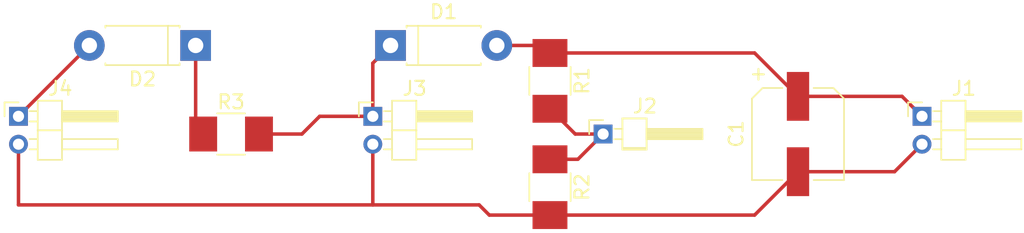
<source format=kicad_pcb>
(kicad_pcb (version 4) (host pcbnew 4.0.6+dfsg1-1)

  (general
    (links 14)
    (no_connects 1)
    (area 116.584999 93.135 190.405001 111.425)
    (thickness 1.6)
    (drawings 0)
    (tracks 28)
    (zones 0)
    (modules 10)
    (nets 6)
  )

  (page A4)
  (layers
    (0 F.Cu signal)
    (31 B.Cu signal)
    (32 B.Adhes user)
    (33 F.Adhes user)
    (34 B.Paste user)
    (35 F.Paste user)
    (36 B.SilkS user)
    (37 F.SilkS user)
    (38 B.Mask user)
    (39 F.Mask user)
    (40 Dwgs.User user)
    (41 Cmts.User user)
    (42 Eco1.User user)
    (43 Eco2.User user)
    (44 Edge.Cuts user)
    (45 Margin user)
    (46 B.CrtYd user)
    (47 F.CrtYd user)
    (48 B.Fab user)
    (49 F.Fab user)
  )

  (setup
    (last_trace_width 0.25)
    (trace_clearance 0.2)
    (zone_clearance 0.508)
    (zone_45_only no)
    (trace_min 0.2)
    (segment_width 0.2)
    (edge_width 0.15)
    (via_size 0.6)
    (via_drill 0.4)
    (via_min_size 0.4)
    (via_min_drill 0.3)
    (uvia_size 0.3)
    (uvia_drill 0.1)
    (uvias_allowed no)
    (uvia_min_size 0.2)
    (uvia_min_drill 0.1)
    (pcb_text_width 0.3)
    (pcb_text_size 1.5 1.5)
    (mod_edge_width 0.15)
    (mod_text_size 1 1)
    (mod_text_width 0.15)
    (pad_size 1.524 1.524)
    (pad_drill 0.762)
    (pad_to_mask_clearance 0.2)
    (aux_axis_origin 0 0)
    (visible_elements FFFFFF7F)
    (pcbplotparams
      (layerselection 0x00030_80000001)
      (usegerberextensions false)
      (excludeedgelayer true)
      (linewidth 0.100000)
      (plotframeref false)
      (viasonmask false)
      (mode 1)
      (useauxorigin false)
      (hpglpennumber 1)
      (hpglpenspeed 20)
      (hpglpendiameter 15)
      (hpglpenoverlay 2)
      (psnegative false)
      (psa4output false)
      (plotreference true)
      (plotvalue true)
      (plotinvisibletext false)
      (padsonsilk false)
      (subtractmaskfromsilk false)
      (outputformat 1)
      (mirror false)
      (drillshape 1)
      (scaleselection 1)
      (outputdirectory ""))
  )

  (net 0 "")
  (net 1 "Net-(C1-Pad1)")
  (net 2 "Net-(C1-Pad2)")
  (net 3 "Net-(D2-Pad1)")
  (net 4 "Net-(D2-Pad2)")
  (net 5 "Net-(J2-Pad1)")

  (net_class Default "This is the default net class."
    (clearance 0.2)
    (trace_width 0.25)
    (via_dia 0.6)
    (via_drill 0.4)
    (uvia_dia 0.3)
    (uvia_drill 0.1)
    (add_net "Net-(C1-Pad1)")
    (add_net "Net-(C1-Pad2)")
    (add_net "Net-(D2-Pad1)")
    (add_net "Net-(D2-Pad2)")
    (add_net "Net-(J2-Pad1)")
  )

  (module Capacitors_SMD:CP_Elec_6.3x7.7 (layer F.Cu) (tedit 58AA8B76) (tstamp 5B905128)
    (at 173.99 101.6 270)
    (descr "SMT capacitor, aluminium electrolytic, 6.3x7.7")
    (path /5B905FA9)
    (attr smd)
    (fp_text reference C1 (at 0 4.43 270) (layer F.SilkS)
      (effects (font (size 1 1) (thickness 0.15)))
    )
    (fp_text value CP (at 0 -4.43 270) (layer F.Fab)
      (effects (font (size 1 1) (thickness 0.15)))
    )
    (fp_circle (center 0 0) (end 0.5 3) (layer F.Fab) (width 0.1))
    (fp_text user + (at -1.73 -0.08 270) (layer F.Fab)
      (effects (font (size 1 1) (thickness 0.15)))
    )
    (fp_text user + (at -4.28 2.91 270) (layer F.SilkS)
      (effects (font (size 1 1) (thickness 0.15)))
    )
    (fp_text user %R (at 0 4.43 270) (layer F.Fab)
      (effects (font (size 1 1) (thickness 0.15)))
    )
    (fp_line (start 3.15 3.15) (end 3.15 -3.15) (layer F.Fab) (width 0.1))
    (fp_line (start -2.48 3.15) (end 3.15 3.15) (layer F.Fab) (width 0.1))
    (fp_line (start -3.15 2.48) (end -2.48 3.15) (layer F.Fab) (width 0.1))
    (fp_line (start -3.15 -2.48) (end -3.15 2.48) (layer F.Fab) (width 0.1))
    (fp_line (start -2.48 -3.15) (end -3.15 -2.48) (layer F.Fab) (width 0.1))
    (fp_line (start 3.15 -3.15) (end -2.48 -3.15) (layer F.Fab) (width 0.1))
    (fp_line (start -3.3 2.54) (end -3.3 1.12) (layer F.SilkS) (width 0.12))
    (fp_line (start 3.3 3.3) (end 3.3 1.12) (layer F.SilkS) (width 0.12))
    (fp_line (start 3.3 -3.3) (end 3.3 -1.12) (layer F.SilkS) (width 0.12))
    (fp_line (start -3.3 -2.54) (end -3.3 -1.12) (layer F.SilkS) (width 0.12))
    (fp_line (start 3.3 3.3) (end -2.54 3.3) (layer F.SilkS) (width 0.12))
    (fp_line (start -2.54 3.3) (end -3.3 2.54) (layer F.SilkS) (width 0.12))
    (fp_line (start -3.3 -2.54) (end -2.54 -3.3) (layer F.SilkS) (width 0.12))
    (fp_line (start -2.54 -3.3) (end 3.3 -3.3) (layer F.SilkS) (width 0.12))
    (fp_line (start -4.7 -3.4) (end 4.7 -3.4) (layer F.CrtYd) (width 0.05))
    (fp_line (start -4.7 -3.4) (end -4.7 3.4) (layer F.CrtYd) (width 0.05))
    (fp_line (start 4.7 3.4) (end 4.7 -3.4) (layer F.CrtYd) (width 0.05))
    (fp_line (start 4.7 3.4) (end -4.7 3.4) (layer F.CrtYd) (width 0.05))
    (pad 1 smd rect (at -2.7 0 90) (size 3.5 1.6) (layers F.Cu F.Paste F.Mask)
      (net 1 "Net-(C1-Pad1)"))
    (pad 2 smd rect (at 2.7 0 90) (size 3.5 1.6) (layers F.Cu F.Paste F.Mask)
      (net 2 "Net-(C1-Pad2)"))
    (model Capacitors_SMD.3dshapes/CP_Elec_6.3x7.7.wrl
      (at (xyz 0 0 0))
      (scale (xyz 1 1 1))
      (rotate (xyz 0 0 180))
    )
  )

  (module Diodes_THT:D_DO-41_SOD81_P7.62mm_Horizontal (layer F.Cu) (tedit 5877C982) (tstamp 5B90512E)
    (at 144.78 95.25)
    (descr "D, DO-41_SOD81 series, Axial, Horizontal, pin pitch=7.62mm, , length*diameter=5.2*2.7mm^2, , http://www.diodes.com/_files/packages/DO-41%20(Plastic).pdf")
    (tags "D DO-41_SOD81 series Axial Horizontal pin pitch 7.62mm  length 5.2mm diameter 2.7mm")
    (path /5B9057E6)
    (fp_text reference D1 (at 3.81 -2.41) (layer F.SilkS)
      (effects (font (size 1 1) (thickness 0.15)))
    )
    (fp_text value D (at 3.81 2.41) (layer F.Fab)
      (effects (font (size 1 1) (thickness 0.15)))
    )
    (fp_line (start 1.21 -1.35) (end 1.21 1.35) (layer F.Fab) (width 0.1))
    (fp_line (start 1.21 1.35) (end 6.41 1.35) (layer F.Fab) (width 0.1))
    (fp_line (start 6.41 1.35) (end 6.41 -1.35) (layer F.Fab) (width 0.1))
    (fp_line (start 6.41 -1.35) (end 1.21 -1.35) (layer F.Fab) (width 0.1))
    (fp_line (start 0 0) (end 1.21 0) (layer F.Fab) (width 0.1))
    (fp_line (start 7.62 0) (end 6.41 0) (layer F.Fab) (width 0.1))
    (fp_line (start 1.99 -1.35) (end 1.99 1.35) (layer F.Fab) (width 0.1))
    (fp_line (start 1.15 -1.28) (end 1.15 -1.41) (layer F.SilkS) (width 0.12))
    (fp_line (start 1.15 -1.41) (end 6.47 -1.41) (layer F.SilkS) (width 0.12))
    (fp_line (start 6.47 -1.41) (end 6.47 -1.28) (layer F.SilkS) (width 0.12))
    (fp_line (start 1.15 1.28) (end 1.15 1.41) (layer F.SilkS) (width 0.12))
    (fp_line (start 1.15 1.41) (end 6.47 1.41) (layer F.SilkS) (width 0.12))
    (fp_line (start 6.47 1.41) (end 6.47 1.28) (layer F.SilkS) (width 0.12))
    (fp_line (start 1.99 -1.41) (end 1.99 1.41) (layer F.SilkS) (width 0.12))
    (fp_line (start -1.35 -1.7) (end -1.35 1.7) (layer F.CrtYd) (width 0.05))
    (fp_line (start -1.35 1.7) (end 9 1.7) (layer F.CrtYd) (width 0.05))
    (fp_line (start 9 1.7) (end 9 -1.7) (layer F.CrtYd) (width 0.05))
    (fp_line (start 9 -1.7) (end -1.35 -1.7) (layer F.CrtYd) (width 0.05))
    (pad 1 thru_hole rect (at 0 0) (size 2.2 2.2) (drill 1.1) (layers *.Cu *.Mask)
      (net 1 "Net-(C1-Pad1)"))
    (pad 2 thru_hole oval (at 7.62 0) (size 2.2 2.2) (drill 1.1) (layers *.Cu *.Mask)
      (net 1 "Net-(C1-Pad1)"))
    (model Diodes_THT.3dshapes/D_DO-41_SOD81_P7.62mm_Horizontal.wrl
      (at (xyz 0 0 0))
      (scale (xyz 0.393701 0.393701 0.393701))
      (rotate (xyz 0 0 0))
    )
  )

  (module Diodes_THT:D_DO-41_SOD81_P7.62mm_Horizontal (layer F.Cu) (tedit 5877C982) (tstamp 5B905134)
    (at 130.81 95.25 180)
    (descr "D, DO-41_SOD81 series, Axial, Horizontal, pin pitch=7.62mm, , length*diameter=5.2*2.7mm^2, , http://www.diodes.com/_files/packages/DO-41%20(Plastic).pdf")
    (tags "D DO-41_SOD81 series Axial Horizontal pin pitch 7.62mm  length 5.2mm diameter 2.7mm")
    (path /5B9056A1)
    (fp_text reference D2 (at 3.81 -2.41 180) (layer F.SilkS)
      (effects (font (size 1 1) (thickness 0.15)))
    )
    (fp_text value D (at 3.81 2.41 180) (layer F.Fab)
      (effects (font (size 1 1) (thickness 0.15)))
    )
    (fp_line (start 1.21 -1.35) (end 1.21 1.35) (layer F.Fab) (width 0.1))
    (fp_line (start 1.21 1.35) (end 6.41 1.35) (layer F.Fab) (width 0.1))
    (fp_line (start 6.41 1.35) (end 6.41 -1.35) (layer F.Fab) (width 0.1))
    (fp_line (start 6.41 -1.35) (end 1.21 -1.35) (layer F.Fab) (width 0.1))
    (fp_line (start 0 0) (end 1.21 0) (layer F.Fab) (width 0.1))
    (fp_line (start 7.62 0) (end 6.41 0) (layer F.Fab) (width 0.1))
    (fp_line (start 1.99 -1.35) (end 1.99 1.35) (layer F.Fab) (width 0.1))
    (fp_line (start 1.15 -1.28) (end 1.15 -1.41) (layer F.SilkS) (width 0.12))
    (fp_line (start 1.15 -1.41) (end 6.47 -1.41) (layer F.SilkS) (width 0.12))
    (fp_line (start 6.47 -1.41) (end 6.47 -1.28) (layer F.SilkS) (width 0.12))
    (fp_line (start 1.15 1.28) (end 1.15 1.41) (layer F.SilkS) (width 0.12))
    (fp_line (start 1.15 1.41) (end 6.47 1.41) (layer F.SilkS) (width 0.12))
    (fp_line (start 6.47 1.41) (end 6.47 1.28) (layer F.SilkS) (width 0.12))
    (fp_line (start 1.99 -1.41) (end 1.99 1.41) (layer F.SilkS) (width 0.12))
    (fp_line (start -1.35 -1.7) (end -1.35 1.7) (layer F.CrtYd) (width 0.05))
    (fp_line (start -1.35 1.7) (end 9 1.7) (layer F.CrtYd) (width 0.05))
    (fp_line (start 9 1.7) (end 9 -1.7) (layer F.CrtYd) (width 0.05))
    (fp_line (start 9 -1.7) (end -1.35 -1.7) (layer F.CrtYd) (width 0.05))
    (pad 1 thru_hole rect (at 0 0 180) (size 2.2 2.2) (drill 1.1) (layers *.Cu *.Mask)
      (net 3 "Net-(D2-Pad1)"))
    (pad 2 thru_hole oval (at 7.62 0 180) (size 2.2 2.2) (drill 1.1) (layers *.Cu *.Mask)
      (net 4 "Net-(D2-Pad2)"))
    (model Diodes_THT.3dshapes/D_DO-41_SOD81_P7.62mm_Horizontal.wrl
      (at (xyz 0 0 0))
      (scale (xyz 0.393701 0.393701 0.393701))
      (rotate (xyz 0 0 0))
    )
  )

  (module Pin_Headers:Pin_Header_Angled_1x02_Pitch2.00mm (layer F.Cu) (tedit 5862ED55) (tstamp 5B90513A)
    (at 182.88 100.33)
    (descr "Through hole angled pin header, 1x02, 2.00mm pitch, 4mm pin length, single row")
    (tags "Through hole angled pin header THT 1x02 2.00mm single row")
    (path /5B90552F)
    (fp_text reference J1 (at 3 -2) (layer F.SilkS)
      (effects (font (size 1 1) (thickness 0.15)))
    )
    (fp_text value "DC OUT 9V" (at 3 4) (layer F.Fab)
      (effects (font (size 1 1) (thickness 0.15)))
    )
    (fp_line (start 1.5 -1) (end 1.5 1) (layer F.Fab) (width 0.1))
    (fp_line (start 1.5 1) (end 3 1) (layer F.Fab) (width 0.1))
    (fp_line (start 3 1) (end 3 -1) (layer F.Fab) (width 0.1))
    (fp_line (start 3 -1) (end 1.5 -1) (layer F.Fab) (width 0.1))
    (fp_line (start 0 -0.25) (end 0 0.25) (layer F.Fab) (width 0.1))
    (fp_line (start 0 0.25) (end 7 0.25) (layer F.Fab) (width 0.1))
    (fp_line (start 7 0.25) (end 7 -0.25) (layer F.Fab) (width 0.1))
    (fp_line (start 7 -0.25) (end 0 -0.25) (layer F.Fab) (width 0.1))
    (fp_line (start 1.5 1) (end 1.5 3) (layer F.Fab) (width 0.1))
    (fp_line (start 1.5 3) (end 3 3) (layer F.Fab) (width 0.1))
    (fp_line (start 3 3) (end 3 1) (layer F.Fab) (width 0.1))
    (fp_line (start 3 1) (end 1.5 1) (layer F.Fab) (width 0.1))
    (fp_line (start 0 1.75) (end 0 2.25) (layer F.Fab) (width 0.1))
    (fp_line (start 0 2.25) (end 7 2.25) (layer F.Fab) (width 0.1))
    (fp_line (start 7 2.25) (end 7 1.75) (layer F.Fab) (width 0.1))
    (fp_line (start 7 1.75) (end 0 1.75) (layer F.Fab) (width 0.1))
    (fp_line (start 1.38 -1.12) (end 1.38 1) (layer F.SilkS) (width 0.12))
    (fp_line (start 1.38 1) (end 3.12 1) (layer F.SilkS) (width 0.12))
    (fp_line (start 3.12 1) (end 3.12 -1.12) (layer F.SilkS) (width 0.12))
    (fp_line (start 3.12 -1.12) (end 1.38 -1.12) (layer F.SilkS) (width 0.12))
    (fp_line (start 3.12 -0.37) (end 3.12 0.37) (layer F.SilkS) (width 0.12))
    (fp_line (start 3.12 0.37) (end 7.12 0.37) (layer F.SilkS) (width 0.12))
    (fp_line (start 7.12 0.37) (end 7.12 -0.37) (layer F.SilkS) (width 0.12))
    (fp_line (start 7.12 -0.37) (end 3.12 -0.37) (layer F.SilkS) (width 0.12))
    (fp_line (start 0.795 -0.37) (end 1.38 -0.37) (layer F.SilkS) (width 0.12))
    (fp_line (start 0.795 0.37) (end 1.38 0.37) (layer F.SilkS) (width 0.12))
    (fp_line (start 3.12 -0.25) (end 7.12 -0.25) (layer F.SilkS) (width 0.12))
    (fp_line (start 3.12 -0.13) (end 7.12 -0.13) (layer F.SilkS) (width 0.12))
    (fp_line (start 3.12 -0.01) (end 7.12 -0.01) (layer F.SilkS) (width 0.12))
    (fp_line (start 3.12 0.11) (end 7.12 0.11) (layer F.SilkS) (width 0.12))
    (fp_line (start 3.12 0.23) (end 7.12 0.23) (layer F.SilkS) (width 0.12))
    (fp_line (start 3.12 0.35) (end 7.12 0.35) (layer F.SilkS) (width 0.12))
    (fp_line (start 1.38 1) (end 1.38 3.12) (layer F.SilkS) (width 0.12))
    (fp_line (start 1.38 3.12) (end 3.12 3.12) (layer F.SilkS) (width 0.12))
    (fp_line (start 3.12 3.12) (end 3.12 1) (layer F.SilkS) (width 0.12))
    (fp_line (start 3.12 1) (end 1.38 1) (layer F.SilkS) (width 0.12))
    (fp_line (start 3.12 1.63) (end 3.12 2.37) (layer F.SilkS) (width 0.12))
    (fp_line (start 3.12 2.37) (end 7.12 2.37) (layer F.SilkS) (width 0.12))
    (fp_line (start 7.12 2.37) (end 7.12 1.63) (layer F.SilkS) (width 0.12))
    (fp_line (start 7.12 1.63) (end 3.12 1.63) (layer F.SilkS) (width 0.12))
    (fp_line (start 0.795 1.63) (end 1.38 1.63) (layer F.SilkS) (width 0.12))
    (fp_line (start 0.795 2.37) (end 1.38 2.37) (layer F.SilkS) (width 0.12))
    (fp_line (start -1 0) (end -1 -1) (layer F.SilkS) (width 0.12))
    (fp_line (start -1 -1) (end 0 -1) (layer F.SilkS) (width 0.12))
    (fp_line (start -1.3 -1.3) (end -1.3 3.3) (layer F.CrtYd) (width 0.05))
    (fp_line (start -1.3 3.3) (end 7.3 3.3) (layer F.CrtYd) (width 0.05))
    (fp_line (start 7.3 3.3) (end 7.3 -1.3) (layer F.CrtYd) (width 0.05))
    (fp_line (start 7.3 -1.3) (end -1.3 -1.3) (layer F.CrtYd) (width 0.05))
    (pad 1 thru_hole rect (at 0 0) (size 1.35 1.35) (drill 0.8) (layers *.Cu *.Mask)
      (net 1 "Net-(C1-Pad1)"))
    (pad 2 thru_hole oval (at 0 2) (size 1.35 1.35) (drill 0.8) (layers *.Cu *.Mask)
      (net 2 "Net-(C1-Pad2)"))
    (model Pin_Headers.3dshapes/Pin_Header_Angled_1x02_Pitch2.00mm.wrl
      (at (xyz 0 -0.03937 0))
      (scale (xyz 1 1 1))
      (rotate (xyz 0 0 90))
    )
  )

  (module Pin_Headers:Pin_Header_Angled_1x01_Pitch2.00mm (layer F.Cu) (tedit 5862ED55) (tstamp 5B90513F)
    (at 160.02 101.6)
    (descr "Through hole angled pin header, 1x01, 2.00mm pitch, 4mm pin length, single row")
    (tags "Through hole angled pin header THT 1x01 2.00mm single row")
    (path /5B90678D)
    (fp_text reference J2 (at 3 -2) (layer F.SilkS)
      (effects (font (size 1 1) (thickness 0.15)))
    )
    (fp_text value "VOLTAGE SENSOR" (at 3 2) (layer F.Fab)
      (effects (font (size 1 1) (thickness 0.15)))
    )
    (fp_line (start 1.5 -1) (end 1.5 1) (layer F.Fab) (width 0.1))
    (fp_line (start 1.5 1) (end 3 1) (layer F.Fab) (width 0.1))
    (fp_line (start 3 1) (end 3 -1) (layer F.Fab) (width 0.1))
    (fp_line (start 3 -1) (end 1.5 -1) (layer F.Fab) (width 0.1))
    (fp_line (start 0 -0.25) (end 0 0.25) (layer F.Fab) (width 0.1))
    (fp_line (start 0 0.25) (end 7 0.25) (layer F.Fab) (width 0.1))
    (fp_line (start 7 0.25) (end 7 -0.25) (layer F.Fab) (width 0.1))
    (fp_line (start 7 -0.25) (end 0 -0.25) (layer F.Fab) (width 0.1))
    (fp_line (start 1.38 -1.12) (end 1.38 1.12) (layer F.SilkS) (width 0.12))
    (fp_line (start 1.38 1.12) (end 3.12 1.12) (layer F.SilkS) (width 0.12))
    (fp_line (start 3.12 1.12) (end 3.12 -1.12) (layer F.SilkS) (width 0.12))
    (fp_line (start 3.12 -1.12) (end 1.38 -1.12) (layer F.SilkS) (width 0.12))
    (fp_line (start 1.38 -1.12) (end 1.38 1) (layer F.SilkS) (width 0.12))
    (fp_line (start 1.38 1) (end 3.12 1) (layer F.SilkS) (width 0.12))
    (fp_line (start 3.12 1) (end 3.12 -1.12) (layer F.SilkS) (width 0.12))
    (fp_line (start 3.12 -1.12) (end 1.38 -1.12) (layer F.SilkS) (width 0.12))
    (fp_line (start 3.12 -0.37) (end 3.12 0.37) (layer F.SilkS) (width 0.12))
    (fp_line (start 3.12 0.37) (end 7.12 0.37) (layer F.SilkS) (width 0.12))
    (fp_line (start 7.12 0.37) (end 7.12 -0.37) (layer F.SilkS) (width 0.12))
    (fp_line (start 7.12 -0.37) (end 3.12 -0.37) (layer F.SilkS) (width 0.12))
    (fp_line (start 0.795 -0.37) (end 1.38 -0.37) (layer F.SilkS) (width 0.12))
    (fp_line (start 0.795 0.37) (end 1.38 0.37) (layer F.SilkS) (width 0.12))
    (fp_line (start 3.12 -0.25) (end 7.12 -0.25) (layer F.SilkS) (width 0.12))
    (fp_line (start 3.12 -0.13) (end 7.12 -0.13) (layer F.SilkS) (width 0.12))
    (fp_line (start 3.12 -0.01) (end 7.12 -0.01) (layer F.SilkS) (width 0.12))
    (fp_line (start 3.12 0.11) (end 7.12 0.11) (layer F.SilkS) (width 0.12))
    (fp_line (start 3.12 0.23) (end 7.12 0.23) (layer F.SilkS) (width 0.12))
    (fp_line (start 3.12 0.35) (end 7.12 0.35) (layer F.SilkS) (width 0.12))
    (fp_line (start -1 0) (end -1 -1) (layer F.SilkS) (width 0.12))
    (fp_line (start -1 -1) (end 0 -1) (layer F.SilkS) (width 0.12))
    (fp_line (start -1.3 -1.3) (end -1.3 1.3) (layer F.CrtYd) (width 0.05))
    (fp_line (start -1.3 1.3) (end 7.3 1.3) (layer F.CrtYd) (width 0.05))
    (fp_line (start 7.3 1.3) (end 7.3 -1.3) (layer F.CrtYd) (width 0.05))
    (fp_line (start 7.3 -1.3) (end -1.3 -1.3) (layer F.CrtYd) (width 0.05))
    (pad 1 thru_hole rect (at 0 0) (size 1.35 1.35) (drill 0.8) (layers *.Cu *.Mask)
      (net 5 "Net-(J2-Pad1)"))
    (model Pin_Headers.3dshapes/Pin_Header_Angled_1x01_Pitch2.00mm.wrl
      (at (xyz 0 0 0))
      (scale (xyz 1 1 1))
      (rotate (xyz 0 0 90))
    )
  )

  (module Pin_Headers:Pin_Header_Angled_1x02_Pitch2.00mm (layer F.Cu) (tedit 5862ED55) (tstamp 5B905145)
    (at 143.51 100.33)
    (descr "Through hole angled pin header, 1x02, 2.00mm pitch, 4mm pin length, single row")
    (tags "Through hole angled pin header THT 1x02 2.00mm single row")
    (path /5B905B9F)
    (fp_text reference J3 (at 3 -2) (layer F.SilkS)
      (effects (font (size 1 1) (thickness 0.15)))
    )
    (fp_text value "BATT 9V" (at 3 4) (layer F.Fab)
      (effects (font (size 1 1) (thickness 0.15)))
    )
    (fp_line (start 1.5 -1) (end 1.5 1) (layer F.Fab) (width 0.1))
    (fp_line (start 1.5 1) (end 3 1) (layer F.Fab) (width 0.1))
    (fp_line (start 3 1) (end 3 -1) (layer F.Fab) (width 0.1))
    (fp_line (start 3 -1) (end 1.5 -1) (layer F.Fab) (width 0.1))
    (fp_line (start 0 -0.25) (end 0 0.25) (layer F.Fab) (width 0.1))
    (fp_line (start 0 0.25) (end 7 0.25) (layer F.Fab) (width 0.1))
    (fp_line (start 7 0.25) (end 7 -0.25) (layer F.Fab) (width 0.1))
    (fp_line (start 7 -0.25) (end 0 -0.25) (layer F.Fab) (width 0.1))
    (fp_line (start 1.5 1) (end 1.5 3) (layer F.Fab) (width 0.1))
    (fp_line (start 1.5 3) (end 3 3) (layer F.Fab) (width 0.1))
    (fp_line (start 3 3) (end 3 1) (layer F.Fab) (width 0.1))
    (fp_line (start 3 1) (end 1.5 1) (layer F.Fab) (width 0.1))
    (fp_line (start 0 1.75) (end 0 2.25) (layer F.Fab) (width 0.1))
    (fp_line (start 0 2.25) (end 7 2.25) (layer F.Fab) (width 0.1))
    (fp_line (start 7 2.25) (end 7 1.75) (layer F.Fab) (width 0.1))
    (fp_line (start 7 1.75) (end 0 1.75) (layer F.Fab) (width 0.1))
    (fp_line (start 1.38 -1.12) (end 1.38 1) (layer F.SilkS) (width 0.12))
    (fp_line (start 1.38 1) (end 3.12 1) (layer F.SilkS) (width 0.12))
    (fp_line (start 3.12 1) (end 3.12 -1.12) (layer F.SilkS) (width 0.12))
    (fp_line (start 3.12 -1.12) (end 1.38 -1.12) (layer F.SilkS) (width 0.12))
    (fp_line (start 3.12 -0.37) (end 3.12 0.37) (layer F.SilkS) (width 0.12))
    (fp_line (start 3.12 0.37) (end 7.12 0.37) (layer F.SilkS) (width 0.12))
    (fp_line (start 7.12 0.37) (end 7.12 -0.37) (layer F.SilkS) (width 0.12))
    (fp_line (start 7.12 -0.37) (end 3.12 -0.37) (layer F.SilkS) (width 0.12))
    (fp_line (start 0.795 -0.37) (end 1.38 -0.37) (layer F.SilkS) (width 0.12))
    (fp_line (start 0.795 0.37) (end 1.38 0.37) (layer F.SilkS) (width 0.12))
    (fp_line (start 3.12 -0.25) (end 7.12 -0.25) (layer F.SilkS) (width 0.12))
    (fp_line (start 3.12 -0.13) (end 7.12 -0.13) (layer F.SilkS) (width 0.12))
    (fp_line (start 3.12 -0.01) (end 7.12 -0.01) (layer F.SilkS) (width 0.12))
    (fp_line (start 3.12 0.11) (end 7.12 0.11) (layer F.SilkS) (width 0.12))
    (fp_line (start 3.12 0.23) (end 7.12 0.23) (layer F.SilkS) (width 0.12))
    (fp_line (start 3.12 0.35) (end 7.12 0.35) (layer F.SilkS) (width 0.12))
    (fp_line (start 1.38 1) (end 1.38 3.12) (layer F.SilkS) (width 0.12))
    (fp_line (start 1.38 3.12) (end 3.12 3.12) (layer F.SilkS) (width 0.12))
    (fp_line (start 3.12 3.12) (end 3.12 1) (layer F.SilkS) (width 0.12))
    (fp_line (start 3.12 1) (end 1.38 1) (layer F.SilkS) (width 0.12))
    (fp_line (start 3.12 1.63) (end 3.12 2.37) (layer F.SilkS) (width 0.12))
    (fp_line (start 3.12 2.37) (end 7.12 2.37) (layer F.SilkS) (width 0.12))
    (fp_line (start 7.12 2.37) (end 7.12 1.63) (layer F.SilkS) (width 0.12))
    (fp_line (start 7.12 1.63) (end 3.12 1.63) (layer F.SilkS) (width 0.12))
    (fp_line (start 0.795 1.63) (end 1.38 1.63) (layer F.SilkS) (width 0.12))
    (fp_line (start 0.795 2.37) (end 1.38 2.37) (layer F.SilkS) (width 0.12))
    (fp_line (start -1 0) (end -1 -1) (layer F.SilkS) (width 0.12))
    (fp_line (start -1 -1) (end 0 -1) (layer F.SilkS) (width 0.12))
    (fp_line (start -1.3 -1.3) (end -1.3 3.3) (layer F.CrtYd) (width 0.05))
    (fp_line (start -1.3 3.3) (end 7.3 3.3) (layer F.CrtYd) (width 0.05))
    (fp_line (start 7.3 3.3) (end 7.3 -1.3) (layer F.CrtYd) (width 0.05))
    (fp_line (start 7.3 -1.3) (end -1.3 -1.3) (layer F.CrtYd) (width 0.05))
    (pad 1 thru_hole rect (at 0 0) (size 1.35 1.35) (drill 0.8) (layers *.Cu *.Mask)
      (net 1 "Net-(C1-Pad1)"))
    (pad 2 thru_hole oval (at 0 2) (size 1.35 1.35) (drill 0.8) (layers *.Cu *.Mask)
      (net 2 "Net-(C1-Pad2)"))
    (model Pin_Headers.3dshapes/Pin_Header_Angled_1x02_Pitch2.00mm.wrl
      (at (xyz 0 -0.03937 0))
      (scale (xyz 1 1 1))
      (rotate (xyz 0 0 90))
    )
  )

  (module Pin_Headers:Pin_Header_Angled_1x02_Pitch2.00mm (layer F.Cu) (tedit 5862ED55) (tstamp 5B90514B)
    (at 118.11 100.33)
    (descr "Through hole angled pin header, 1x02, 2.00mm pitch, 4mm pin length, single row")
    (tags "Through hole angled pin header THT 1x02 2.00mm single row")
    (path /5B90562E)
    (fp_text reference J4 (at 3 -2) (layer F.SilkS)
      (effects (font (size 1 1) (thickness 0.15)))
    )
    (fp_text value "DC IN 9V" (at 3 4) (layer F.Fab)
      (effects (font (size 1 1) (thickness 0.15)))
    )
    (fp_line (start 1.5 -1) (end 1.5 1) (layer F.Fab) (width 0.1))
    (fp_line (start 1.5 1) (end 3 1) (layer F.Fab) (width 0.1))
    (fp_line (start 3 1) (end 3 -1) (layer F.Fab) (width 0.1))
    (fp_line (start 3 -1) (end 1.5 -1) (layer F.Fab) (width 0.1))
    (fp_line (start 0 -0.25) (end 0 0.25) (layer F.Fab) (width 0.1))
    (fp_line (start 0 0.25) (end 7 0.25) (layer F.Fab) (width 0.1))
    (fp_line (start 7 0.25) (end 7 -0.25) (layer F.Fab) (width 0.1))
    (fp_line (start 7 -0.25) (end 0 -0.25) (layer F.Fab) (width 0.1))
    (fp_line (start 1.5 1) (end 1.5 3) (layer F.Fab) (width 0.1))
    (fp_line (start 1.5 3) (end 3 3) (layer F.Fab) (width 0.1))
    (fp_line (start 3 3) (end 3 1) (layer F.Fab) (width 0.1))
    (fp_line (start 3 1) (end 1.5 1) (layer F.Fab) (width 0.1))
    (fp_line (start 0 1.75) (end 0 2.25) (layer F.Fab) (width 0.1))
    (fp_line (start 0 2.25) (end 7 2.25) (layer F.Fab) (width 0.1))
    (fp_line (start 7 2.25) (end 7 1.75) (layer F.Fab) (width 0.1))
    (fp_line (start 7 1.75) (end 0 1.75) (layer F.Fab) (width 0.1))
    (fp_line (start 1.38 -1.12) (end 1.38 1) (layer F.SilkS) (width 0.12))
    (fp_line (start 1.38 1) (end 3.12 1) (layer F.SilkS) (width 0.12))
    (fp_line (start 3.12 1) (end 3.12 -1.12) (layer F.SilkS) (width 0.12))
    (fp_line (start 3.12 -1.12) (end 1.38 -1.12) (layer F.SilkS) (width 0.12))
    (fp_line (start 3.12 -0.37) (end 3.12 0.37) (layer F.SilkS) (width 0.12))
    (fp_line (start 3.12 0.37) (end 7.12 0.37) (layer F.SilkS) (width 0.12))
    (fp_line (start 7.12 0.37) (end 7.12 -0.37) (layer F.SilkS) (width 0.12))
    (fp_line (start 7.12 -0.37) (end 3.12 -0.37) (layer F.SilkS) (width 0.12))
    (fp_line (start 0.795 -0.37) (end 1.38 -0.37) (layer F.SilkS) (width 0.12))
    (fp_line (start 0.795 0.37) (end 1.38 0.37) (layer F.SilkS) (width 0.12))
    (fp_line (start 3.12 -0.25) (end 7.12 -0.25) (layer F.SilkS) (width 0.12))
    (fp_line (start 3.12 -0.13) (end 7.12 -0.13) (layer F.SilkS) (width 0.12))
    (fp_line (start 3.12 -0.01) (end 7.12 -0.01) (layer F.SilkS) (width 0.12))
    (fp_line (start 3.12 0.11) (end 7.12 0.11) (layer F.SilkS) (width 0.12))
    (fp_line (start 3.12 0.23) (end 7.12 0.23) (layer F.SilkS) (width 0.12))
    (fp_line (start 3.12 0.35) (end 7.12 0.35) (layer F.SilkS) (width 0.12))
    (fp_line (start 1.38 1) (end 1.38 3.12) (layer F.SilkS) (width 0.12))
    (fp_line (start 1.38 3.12) (end 3.12 3.12) (layer F.SilkS) (width 0.12))
    (fp_line (start 3.12 3.12) (end 3.12 1) (layer F.SilkS) (width 0.12))
    (fp_line (start 3.12 1) (end 1.38 1) (layer F.SilkS) (width 0.12))
    (fp_line (start 3.12 1.63) (end 3.12 2.37) (layer F.SilkS) (width 0.12))
    (fp_line (start 3.12 2.37) (end 7.12 2.37) (layer F.SilkS) (width 0.12))
    (fp_line (start 7.12 2.37) (end 7.12 1.63) (layer F.SilkS) (width 0.12))
    (fp_line (start 7.12 1.63) (end 3.12 1.63) (layer F.SilkS) (width 0.12))
    (fp_line (start 0.795 1.63) (end 1.38 1.63) (layer F.SilkS) (width 0.12))
    (fp_line (start 0.795 2.37) (end 1.38 2.37) (layer F.SilkS) (width 0.12))
    (fp_line (start -1 0) (end -1 -1) (layer F.SilkS) (width 0.12))
    (fp_line (start -1 -1) (end 0 -1) (layer F.SilkS) (width 0.12))
    (fp_line (start -1.3 -1.3) (end -1.3 3.3) (layer F.CrtYd) (width 0.05))
    (fp_line (start -1.3 3.3) (end 7.3 3.3) (layer F.CrtYd) (width 0.05))
    (fp_line (start 7.3 3.3) (end 7.3 -1.3) (layer F.CrtYd) (width 0.05))
    (fp_line (start 7.3 -1.3) (end -1.3 -1.3) (layer F.CrtYd) (width 0.05))
    (pad 1 thru_hole rect (at 0 0) (size 1.35 1.35) (drill 0.8) (layers *.Cu *.Mask)
      (net 4 "Net-(D2-Pad2)"))
    (pad 2 thru_hole oval (at 0 2) (size 1.35 1.35) (drill 0.8) (layers *.Cu *.Mask)
      (net 2 "Net-(C1-Pad2)"))
    (model Pin_Headers.3dshapes/Pin_Header_Angled_1x02_Pitch2.00mm.wrl
      (at (xyz 0 -0.03937 0))
      (scale (xyz 1 1 1))
      (rotate (xyz 0 0 90))
    )
  )

  (module Resistors_SMD:R_1210_HandSoldering (layer F.Cu) (tedit 58AADA46) (tstamp 5B905151)
    (at 156.21 97.79 270)
    (descr "Resistor SMD 1210, hand soldering")
    (tags "resistor 1210")
    (path /5B906257)
    (attr smd)
    (fp_text reference R1 (at 0 -2.3 270) (layer F.SilkS)
      (effects (font (size 1 1) (thickness 0.15)))
    )
    (fp_text value 10k (at 0 2.4 270) (layer F.Fab)
      (effects (font (size 1 1) (thickness 0.15)))
    )
    (fp_text user %R (at 0 -2.3 270) (layer F.Fab)
      (effects (font (size 1 1) (thickness 0.15)))
    )
    (fp_line (start -1.6 1.25) (end -1.6 -1.25) (layer F.Fab) (width 0.1))
    (fp_line (start 1.6 1.25) (end -1.6 1.25) (layer F.Fab) (width 0.1))
    (fp_line (start 1.6 -1.25) (end 1.6 1.25) (layer F.Fab) (width 0.1))
    (fp_line (start -1.6 -1.25) (end 1.6 -1.25) (layer F.Fab) (width 0.1))
    (fp_line (start 1 1.48) (end -1 1.48) (layer F.SilkS) (width 0.12))
    (fp_line (start -1 -1.48) (end 1 -1.48) (layer F.SilkS) (width 0.12))
    (fp_line (start -3.25 -1.5) (end 3.25 -1.5) (layer F.CrtYd) (width 0.05))
    (fp_line (start -3.25 -1.5) (end -3.25 1.5) (layer F.CrtYd) (width 0.05))
    (fp_line (start 3.25 1.5) (end 3.25 -1.5) (layer F.CrtYd) (width 0.05))
    (fp_line (start 3.25 1.5) (end -3.25 1.5) (layer F.CrtYd) (width 0.05))
    (pad 1 smd rect (at -2 0 270) (size 2 2.5) (layers F.Cu F.Paste F.Mask)
      (net 1 "Net-(C1-Pad1)"))
    (pad 2 smd rect (at 2 0 270) (size 2 2.5) (layers F.Cu F.Paste F.Mask)
      (net 5 "Net-(J2-Pad1)"))
    (model Resistors_SMD.3dshapes/R_1210.wrl
      (at (xyz 0 0 0))
      (scale (xyz 1 1 1))
      (rotate (xyz 0 0 0))
    )
  )

  (module Resistors_SMD:R_1210_HandSoldering (layer F.Cu) (tedit 58AADA46) (tstamp 5B905157)
    (at 156.21 105.41 270)
    (descr "Resistor SMD 1210, hand soldering")
    (tags "resistor 1210")
    (path /5B9062B2)
    (attr smd)
    (fp_text reference R2 (at 0 -2.3 270) (layer F.SilkS)
      (effects (font (size 1 1) (thickness 0.15)))
    )
    (fp_text value 10k (at 0 2.4 270) (layer F.Fab)
      (effects (font (size 1 1) (thickness 0.15)))
    )
    (fp_text user %R (at 0 -2.3 270) (layer F.Fab)
      (effects (font (size 1 1) (thickness 0.15)))
    )
    (fp_line (start -1.6 1.25) (end -1.6 -1.25) (layer F.Fab) (width 0.1))
    (fp_line (start 1.6 1.25) (end -1.6 1.25) (layer F.Fab) (width 0.1))
    (fp_line (start 1.6 -1.25) (end 1.6 1.25) (layer F.Fab) (width 0.1))
    (fp_line (start -1.6 -1.25) (end 1.6 -1.25) (layer F.Fab) (width 0.1))
    (fp_line (start 1 1.48) (end -1 1.48) (layer F.SilkS) (width 0.12))
    (fp_line (start -1 -1.48) (end 1 -1.48) (layer F.SilkS) (width 0.12))
    (fp_line (start -3.25 -1.5) (end 3.25 -1.5) (layer F.CrtYd) (width 0.05))
    (fp_line (start -3.25 -1.5) (end -3.25 1.5) (layer F.CrtYd) (width 0.05))
    (fp_line (start 3.25 1.5) (end 3.25 -1.5) (layer F.CrtYd) (width 0.05))
    (fp_line (start 3.25 1.5) (end -3.25 1.5) (layer F.CrtYd) (width 0.05))
    (pad 1 smd rect (at -2 0 270) (size 2 2.5) (layers F.Cu F.Paste F.Mask)
      (net 5 "Net-(J2-Pad1)"))
    (pad 2 smd rect (at 2 0 270) (size 2 2.5) (layers F.Cu F.Paste F.Mask)
      (net 2 "Net-(C1-Pad2)"))
    (model Resistors_SMD.3dshapes/R_1210.wrl
      (at (xyz 0 0 0))
      (scale (xyz 1 1 1))
      (rotate (xyz 0 0 0))
    )
  )

  (module Resistors_SMD:R_1210_HandSoldering (layer F.Cu) (tedit 58AADA46) (tstamp 5B90515D)
    (at 133.35 101.6)
    (descr "Resistor SMD 1210, hand soldering")
    (tags "resistor 1210")
    (path /5B905A4E)
    (attr smd)
    (fp_text reference R3 (at 0 -2.3) (layer F.SilkS)
      (effects (font (size 1 1) (thickness 0.15)))
    )
    (fp_text value 1k (at 0 2.4) (layer F.Fab)
      (effects (font (size 1 1) (thickness 0.15)))
    )
    (fp_text user %R (at 0 -2.3) (layer F.Fab)
      (effects (font (size 1 1) (thickness 0.15)))
    )
    (fp_line (start -1.6 1.25) (end -1.6 -1.25) (layer F.Fab) (width 0.1))
    (fp_line (start 1.6 1.25) (end -1.6 1.25) (layer F.Fab) (width 0.1))
    (fp_line (start 1.6 -1.25) (end 1.6 1.25) (layer F.Fab) (width 0.1))
    (fp_line (start -1.6 -1.25) (end 1.6 -1.25) (layer F.Fab) (width 0.1))
    (fp_line (start 1 1.48) (end -1 1.48) (layer F.SilkS) (width 0.12))
    (fp_line (start -1 -1.48) (end 1 -1.48) (layer F.SilkS) (width 0.12))
    (fp_line (start -3.25 -1.5) (end 3.25 -1.5) (layer F.CrtYd) (width 0.05))
    (fp_line (start -3.25 -1.5) (end -3.25 1.5) (layer F.CrtYd) (width 0.05))
    (fp_line (start 3.25 1.5) (end 3.25 -1.5) (layer F.CrtYd) (width 0.05))
    (fp_line (start 3.25 1.5) (end -3.25 1.5) (layer F.CrtYd) (width 0.05))
    (pad 1 smd rect (at -2 0) (size 2 2.5) (layers F.Cu F.Paste F.Mask)
      (net 3 "Net-(D2-Pad1)"))
    (pad 2 smd rect (at 2 0) (size 2 2.5) (layers F.Cu F.Paste F.Mask)
      (net 1 "Net-(C1-Pad1)"))
    (model Resistors_SMD.3dshapes/R_1210.wrl
      (at (xyz 0 0 0))
      (scale (xyz 1 1 1))
      (rotate (xyz 0 0 0))
    )
  )

  (segment (start 173.99 98.9) (end 181.45 98.9) (width 0.25) (layer F.Cu) (net 1) (status 400000))
  (segment (start 181.45 98.9) (end 182.88 100.33) (width 0.25) (layer F.Cu) (net 1) (tstamp 5B905397) (status 800000))
  (segment (start 156.21 95.79) (end 170.88 95.79) (width 0.25) (layer F.Cu) (net 1) (status 400000))
  (segment (start 170.88 95.79) (end 173.99 98.9) (width 0.25) (layer F.Cu) (net 1) (tstamp 5B905393) (status 800000))
  (segment (start 152.4 95.25) (end 155.67 95.25) (width 0.25) (layer F.Cu) (net 1))
  (segment (start 155.67 95.25) (end 156.21 95.79) (width 0.25) (layer F.Cu) (net 1) (tstamp 5B90535C))
  (segment (start 143.51 100.33) (end 143.51 96.52) (width 0.25) (layer F.Cu) (net 1))
  (segment (start 143.51 96.52) (end 144.78 95.25) (width 0.25) (layer F.Cu) (net 1) (tstamp 5B90531D))
  (segment (start 135.35 101.6) (end 138.43 101.6) (width 0.25) (layer F.Cu) (net 1))
  (segment (start 139.7 100.33) (end 143.51 100.33) (width 0.25) (layer F.Cu) (net 1) (tstamp 5B905317))
  (segment (start 138.43 101.6) (end 139.7 100.33) (width 0.25) (layer F.Cu) (net 1) (tstamp 5B905313))
  (segment (start 173.99 104.3) (end 180.91 104.3) (width 0.25) (layer F.Cu) (net 2) (status 400000))
  (segment (start 180.91 104.3) (end 182.88 102.33) (width 0.25) (layer F.Cu) (net 2) (tstamp 5B90539B) (status 800000))
  (segment (start 156.21 107.41) (end 170.88 107.41) (width 0.25) (layer F.Cu) (net 2) (status 400000))
  (segment (start 170.88 107.41) (end 173.99 104.3) (width 0.25) (layer F.Cu) (net 2) (tstamp 5B90538E) (status 800000))
  (segment (start 143.51 106.68) (end 151.13 106.68) (width 0.25) (layer F.Cu) (net 2))
  (segment (start 151.86 107.41) (end 156.21 107.41) (width 0.25) (layer F.Cu) (net 2) (tstamp 5B90536A))
  (segment (start 151.13 106.68) (end 151.86 107.41) (width 0.25) (layer F.Cu) (net 2) (tstamp 5B905365))
  (segment (start 118.11 102.33) (end 118.11 106.68) (width 0.25) (layer F.Cu) (net 2))
  (segment (start 143.51 106.68) (end 143.51 102.33) (width 0.25) (layer F.Cu) (net 2) (tstamp 5B905276))
  (segment (start 118.11 106.68) (end 143.51 106.68) (width 0.25) (layer F.Cu) (net 2) (tstamp 5B905275))
  (segment (start 130.81 95.25) (end 130.81 101.06) (width 0.25) (layer F.Cu) (net 3))
  (segment (start 130.81 101.06) (end 131.35 101.6) (width 0.25) (layer F.Cu) (net 3) (tstamp 5B9052F2))
  (segment (start 118.11 100.33) (end 123.19 95.25) (width 0.25) (layer F.Cu) (net 4))
  (segment (start 160.02 101.6) (end 158.02 101.6) (width 0.25) (layer F.Cu) (net 5))
  (segment (start 158.02 101.6) (end 156.21 99.79) (width 0.25) (layer F.Cu) (net 5) (tstamp 5B905372))
  (segment (start 156.21 103.41) (end 158.21 103.41) (width 0.25) (layer F.Cu) (net 5))
  (segment (start 158.21 103.41) (end 160.02 101.6) (width 0.25) (layer F.Cu) (net 5) (tstamp 5B90536E))

)

</source>
